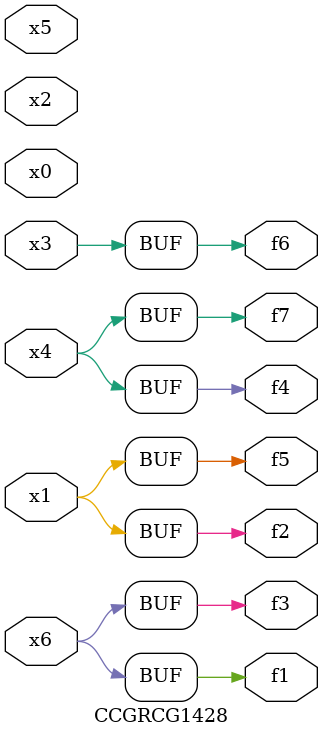
<source format=v>
module CCGRCG1428(
	input x0, x1, x2, x3, x4, x5, x6,
	output f1, f2, f3, f4, f5, f6, f7
);
	assign f1 = x6;
	assign f2 = x1;
	assign f3 = x6;
	assign f4 = x4;
	assign f5 = x1;
	assign f6 = x3;
	assign f7 = x4;
endmodule

</source>
